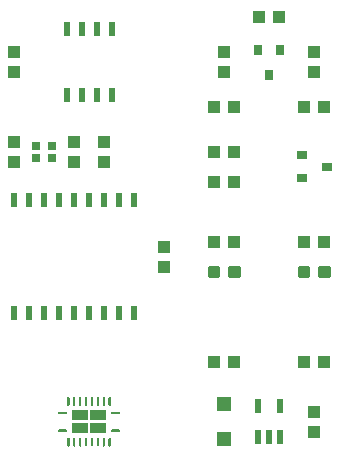
<source format=gtp>
G04 EAGLE Gerber RS-274X export*
G75*
%MOMM*%
%FSLAX34Y34*%
%LPD*%
%INSolderpaste Top*%
%IPPOS*%
%AMOC8*
5,1,8,0,0,1.08239X$1,22.5*%
G01*
%ADD10R,0.800000X0.900000*%
%ADD11R,1.300000X1.300000*%
%ADD12R,0.550000X1.200000*%
%ADD13R,1.330000X0.920000*%
%ADD14R,0.600000X1.200000*%
%ADD15R,1.000000X1.100000*%
%ADD16R,1.100000X1.000000*%
%ADD17R,0.750000X0.700000*%
%ADD18C,0.300000*%
%ADD19R,0.900000X0.800000*%

G36*
X107505Y120754D02*
X107505Y120754D01*
X107508Y120751D01*
X107817Y120800D01*
X107825Y120808D01*
X107831Y120805D01*
X108110Y120947D01*
X108115Y120957D01*
X108123Y120956D01*
X108344Y121177D01*
X108345Y121189D01*
X108353Y121190D01*
X108495Y121469D01*
X108494Y121473D01*
X108498Y121476D01*
X108495Y121480D01*
X108500Y121483D01*
X108549Y121792D01*
X108543Y121802D01*
X108549Y121808D01*
X108500Y122117D01*
X108492Y122125D01*
X108495Y122131D01*
X108353Y122410D01*
X108343Y122415D01*
X108344Y122423D01*
X108123Y122644D01*
X108111Y122645D01*
X108110Y122653D01*
X107831Y122795D01*
X107820Y122793D01*
X107817Y122800D01*
X107508Y122849D01*
X107503Y122846D01*
X107500Y122849D01*
X102000Y122849D01*
X101995Y122846D01*
X101992Y122849D01*
X101683Y122800D01*
X101675Y122792D01*
X101669Y122795D01*
X101390Y122653D01*
X101385Y122643D01*
X101377Y122644D01*
X101156Y122423D01*
X101155Y122411D01*
X101147Y122410D01*
X101005Y122131D01*
X101007Y122120D01*
X101000Y122117D01*
X100951Y121808D01*
X100956Y121799D01*
X100955Y121798D01*
X100956Y121797D01*
X100951Y121792D01*
X101000Y121483D01*
X101008Y121475D01*
X101005Y121469D01*
X101147Y121190D01*
X101157Y121185D01*
X101156Y121177D01*
X101377Y120956D01*
X101389Y120955D01*
X101390Y120947D01*
X101669Y120805D01*
X101680Y120807D01*
X101683Y120800D01*
X101992Y120751D01*
X101997Y120754D01*
X102000Y120751D01*
X107500Y120751D01*
X107505Y120754D01*
G37*
G36*
X152005Y120754D02*
X152005Y120754D01*
X152008Y120751D01*
X152317Y120800D01*
X152325Y120808D01*
X152331Y120805D01*
X152610Y120947D01*
X152615Y120957D01*
X152623Y120956D01*
X152844Y121177D01*
X152845Y121189D01*
X152853Y121190D01*
X152995Y121469D01*
X152994Y121473D01*
X152998Y121476D01*
X152995Y121480D01*
X153000Y121483D01*
X153049Y121792D01*
X153043Y121802D01*
X153049Y121808D01*
X153000Y122117D01*
X152992Y122125D01*
X152995Y122131D01*
X152853Y122410D01*
X152843Y122415D01*
X152844Y122423D01*
X152623Y122644D01*
X152611Y122645D01*
X152610Y122653D01*
X152331Y122795D01*
X152320Y122793D01*
X152317Y122800D01*
X152008Y122849D01*
X152003Y122846D01*
X152000Y122849D01*
X146500Y122849D01*
X146495Y122846D01*
X146492Y122849D01*
X146183Y122800D01*
X146175Y122792D01*
X146169Y122795D01*
X145890Y122653D01*
X145885Y122643D01*
X145877Y122644D01*
X145656Y122423D01*
X145655Y122411D01*
X145647Y122410D01*
X145505Y122131D01*
X145507Y122120D01*
X145500Y122117D01*
X145451Y121808D01*
X145456Y121799D01*
X145455Y121798D01*
X145456Y121797D01*
X145451Y121792D01*
X145500Y121483D01*
X145508Y121475D01*
X145505Y121469D01*
X145647Y121190D01*
X145657Y121185D01*
X145656Y121177D01*
X145877Y120956D01*
X145889Y120955D01*
X145890Y120947D01*
X146169Y120805D01*
X146180Y120807D01*
X146183Y120800D01*
X146492Y120751D01*
X146497Y120754D01*
X146500Y120751D01*
X152000Y120751D01*
X152005Y120754D01*
G37*
G36*
X152005Y105754D02*
X152005Y105754D01*
X152008Y105751D01*
X152317Y105800D01*
X152325Y105808D01*
X152331Y105805D01*
X152610Y105947D01*
X152615Y105957D01*
X152623Y105956D01*
X152844Y106177D01*
X152845Y106189D01*
X152853Y106190D01*
X152995Y106469D01*
X152994Y106473D01*
X152998Y106476D01*
X152995Y106480D01*
X153000Y106483D01*
X153049Y106792D01*
X153043Y106802D01*
X153049Y106808D01*
X153000Y107117D01*
X152992Y107125D01*
X152995Y107131D01*
X152853Y107410D01*
X152843Y107415D01*
X152844Y107423D01*
X152623Y107644D01*
X152611Y107645D01*
X152610Y107653D01*
X152331Y107795D01*
X152320Y107793D01*
X152317Y107800D01*
X152008Y107849D01*
X152003Y107846D01*
X152000Y107849D01*
X146500Y107849D01*
X146495Y107846D01*
X146492Y107849D01*
X146183Y107800D01*
X146175Y107792D01*
X146169Y107795D01*
X145890Y107653D01*
X145885Y107643D01*
X145877Y107644D01*
X145656Y107423D01*
X145655Y107411D01*
X145647Y107410D01*
X145505Y107131D01*
X145507Y107120D01*
X145500Y107117D01*
X145451Y106808D01*
X145456Y106799D01*
X145455Y106798D01*
X145456Y106797D01*
X145451Y106792D01*
X145500Y106483D01*
X145508Y106475D01*
X145505Y106469D01*
X145647Y106190D01*
X145657Y106185D01*
X145656Y106177D01*
X145877Y105956D01*
X145889Y105955D01*
X145890Y105947D01*
X146169Y105805D01*
X146180Y105807D01*
X146183Y105800D01*
X146492Y105751D01*
X146497Y105754D01*
X146500Y105751D01*
X152000Y105751D01*
X152005Y105754D01*
G37*
G36*
X107505Y105754D02*
X107505Y105754D01*
X107508Y105751D01*
X107817Y105800D01*
X107825Y105808D01*
X107831Y105805D01*
X108110Y105947D01*
X108115Y105957D01*
X108123Y105956D01*
X108344Y106177D01*
X108345Y106189D01*
X108353Y106190D01*
X108495Y106469D01*
X108494Y106473D01*
X108498Y106476D01*
X108495Y106480D01*
X108500Y106483D01*
X108549Y106792D01*
X108543Y106802D01*
X108549Y106808D01*
X108500Y107117D01*
X108492Y107125D01*
X108495Y107131D01*
X108353Y107410D01*
X108343Y107415D01*
X108344Y107423D01*
X108123Y107644D01*
X108111Y107645D01*
X108110Y107653D01*
X107831Y107795D01*
X107820Y107793D01*
X107817Y107800D01*
X107508Y107849D01*
X107503Y107846D01*
X107500Y107849D01*
X102000Y107849D01*
X101995Y107846D01*
X101992Y107849D01*
X101683Y107800D01*
X101675Y107792D01*
X101669Y107795D01*
X101390Y107653D01*
X101385Y107643D01*
X101377Y107644D01*
X101156Y107423D01*
X101155Y107411D01*
X101147Y107410D01*
X101005Y107131D01*
X101007Y107120D01*
X101000Y107117D01*
X100951Y106808D01*
X100956Y106799D01*
X100955Y106798D01*
X100956Y106797D01*
X100951Y106792D01*
X101000Y106483D01*
X101008Y106475D01*
X101005Y106469D01*
X101147Y106190D01*
X101157Y106185D01*
X101156Y106177D01*
X101377Y105956D01*
X101389Y105955D01*
X101390Y105947D01*
X101669Y105805D01*
X101680Y105807D01*
X101683Y105800D01*
X101992Y105751D01*
X101997Y105754D01*
X102000Y105751D01*
X107500Y105751D01*
X107505Y105754D01*
G37*
G36*
X129817Y93300D02*
X129817Y93300D01*
X129825Y93308D01*
X129831Y93305D01*
X130110Y93447D01*
X130115Y93457D01*
X130123Y93456D01*
X130344Y93677D01*
X130345Y93689D01*
X130353Y93690D01*
X130495Y93969D01*
X130494Y93973D01*
X130498Y93976D01*
X130495Y93980D01*
X130500Y93983D01*
X130549Y94292D01*
X130546Y94297D01*
X130549Y94300D01*
X130549Y99800D01*
X130546Y99805D01*
X130549Y99808D01*
X130500Y100117D01*
X130492Y100125D01*
X130495Y100131D01*
X130353Y100410D01*
X130343Y100415D01*
X130344Y100423D01*
X130123Y100644D01*
X130111Y100645D01*
X130110Y100653D01*
X129831Y100795D01*
X129820Y100793D01*
X129817Y100800D01*
X129508Y100849D01*
X129498Y100843D01*
X129492Y100849D01*
X129183Y100800D01*
X129175Y100792D01*
X129169Y100795D01*
X128890Y100653D01*
X128885Y100643D01*
X128877Y100644D01*
X128656Y100423D01*
X128655Y100411D01*
X128647Y100410D01*
X128505Y100131D01*
X128507Y100120D01*
X128500Y100117D01*
X128451Y99808D01*
X128454Y99803D01*
X128451Y99800D01*
X128451Y94300D01*
X128454Y94295D01*
X128451Y94292D01*
X128500Y93983D01*
X128508Y93975D01*
X128505Y93969D01*
X128647Y93690D01*
X128657Y93685D01*
X128656Y93677D01*
X128877Y93456D01*
X128889Y93455D01*
X128890Y93447D01*
X129169Y93305D01*
X129180Y93307D01*
X129183Y93300D01*
X129492Y93251D01*
X129502Y93257D01*
X129508Y93251D01*
X129817Y93300D01*
G37*
G36*
X109817Y93300D02*
X109817Y93300D01*
X109825Y93308D01*
X109831Y93305D01*
X110110Y93447D01*
X110115Y93457D01*
X110123Y93456D01*
X110344Y93677D01*
X110345Y93689D01*
X110353Y93690D01*
X110495Y93969D01*
X110494Y93973D01*
X110498Y93976D01*
X110495Y93980D01*
X110500Y93983D01*
X110549Y94292D01*
X110546Y94297D01*
X110549Y94300D01*
X110549Y99800D01*
X110546Y99805D01*
X110549Y99808D01*
X110500Y100117D01*
X110492Y100125D01*
X110495Y100131D01*
X110353Y100410D01*
X110343Y100415D01*
X110344Y100423D01*
X110123Y100644D01*
X110111Y100645D01*
X110110Y100653D01*
X109831Y100795D01*
X109820Y100793D01*
X109817Y100800D01*
X109508Y100849D01*
X109498Y100843D01*
X109492Y100849D01*
X109183Y100800D01*
X109175Y100792D01*
X109169Y100795D01*
X108890Y100653D01*
X108885Y100643D01*
X108877Y100644D01*
X108656Y100423D01*
X108655Y100411D01*
X108647Y100410D01*
X108505Y100131D01*
X108507Y100120D01*
X108500Y100117D01*
X108451Y99808D01*
X108454Y99803D01*
X108451Y99800D01*
X108451Y94300D01*
X108454Y94295D01*
X108451Y94292D01*
X108500Y93983D01*
X108508Y93975D01*
X108505Y93969D01*
X108647Y93690D01*
X108657Y93685D01*
X108656Y93677D01*
X108877Y93456D01*
X108889Y93455D01*
X108890Y93447D01*
X109169Y93305D01*
X109180Y93307D01*
X109183Y93300D01*
X109492Y93251D01*
X109502Y93257D01*
X109508Y93251D01*
X109817Y93300D01*
G37*
G36*
X124817Y93300D02*
X124817Y93300D01*
X124825Y93308D01*
X124831Y93305D01*
X125110Y93447D01*
X125115Y93457D01*
X125123Y93456D01*
X125344Y93677D01*
X125345Y93689D01*
X125353Y93690D01*
X125495Y93969D01*
X125494Y93973D01*
X125498Y93976D01*
X125495Y93980D01*
X125500Y93983D01*
X125549Y94292D01*
X125546Y94297D01*
X125549Y94300D01*
X125549Y99800D01*
X125546Y99805D01*
X125549Y99808D01*
X125500Y100117D01*
X125492Y100125D01*
X125495Y100131D01*
X125353Y100410D01*
X125343Y100415D01*
X125344Y100423D01*
X125123Y100644D01*
X125111Y100645D01*
X125110Y100653D01*
X124831Y100795D01*
X124820Y100793D01*
X124817Y100800D01*
X124508Y100849D01*
X124498Y100843D01*
X124492Y100849D01*
X124183Y100800D01*
X124175Y100792D01*
X124169Y100795D01*
X123890Y100653D01*
X123885Y100643D01*
X123877Y100644D01*
X123656Y100423D01*
X123655Y100411D01*
X123647Y100410D01*
X123505Y100131D01*
X123507Y100120D01*
X123500Y100117D01*
X123451Y99808D01*
X123454Y99803D01*
X123451Y99800D01*
X123451Y94300D01*
X123454Y94295D01*
X123451Y94292D01*
X123500Y93983D01*
X123508Y93975D01*
X123505Y93969D01*
X123647Y93690D01*
X123657Y93685D01*
X123656Y93677D01*
X123877Y93456D01*
X123889Y93455D01*
X123890Y93447D01*
X124169Y93305D01*
X124180Y93307D01*
X124183Y93300D01*
X124492Y93251D01*
X124502Y93257D01*
X124508Y93251D01*
X124817Y93300D01*
G37*
G36*
X139817Y93300D02*
X139817Y93300D01*
X139825Y93308D01*
X139831Y93305D01*
X140110Y93447D01*
X140115Y93457D01*
X140123Y93456D01*
X140344Y93677D01*
X140345Y93689D01*
X140353Y93690D01*
X140495Y93969D01*
X140494Y93973D01*
X140498Y93976D01*
X140495Y93980D01*
X140500Y93983D01*
X140549Y94292D01*
X140546Y94297D01*
X140549Y94300D01*
X140549Y99800D01*
X140546Y99805D01*
X140549Y99808D01*
X140500Y100117D01*
X140492Y100125D01*
X140495Y100131D01*
X140353Y100410D01*
X140343Y100415D01*
X140344Y100423D01*
X140123Y100644D01*
X140111Y100645D01*
X140110Y100653D01*
X139831Y100795D01*
X139820Y100793D01*
X139817Y100800D01*
X139508Y100849D01*
X139498Y100843D01*
X139492Y100849D01*
X139183Y100800D01*
X139175Y100792D01*
X139169Y100795D01*
X138890Y100653D01*
X138885Y100643D01*
X138877Y100644D01*
X138656Y100423D01*
X138655Y100411D01*
X138647Y100410D01*
X138505Y100131D01*
X138507Y100120D01*
X138500Y100117D01*
X138451Y99808D01*
X138454Y99803D01*
X138451Y99800D01*
X138451Y94300D01*
X138454Y94295D01*
X138451Y94292D01*
X138500Y93983D01*
X138508Y93975D01*
X138505Y93969D01*
X138647Y93690D01*
X138657Y93685D01*
X138656Y93677D01*
X138877Y93456D01*
X138889Y93455D01*
X138890Y93447D01*
X139169Y93305D01*
X139180Y93307D01*
X139183Y93300D01*
X139492Y93251D01*
X139502Y93257D01*
X139508Y93251D01*
X139817Y93300D01*
G37*
G36*
X144817Y93300D02*
X144817Y93300D01*
X144825Y93308D01*
X144831Y93305D01*
X145110Y93447D01*
X145115Y93457D01*
X145123Y93456D01*
X145344Y93677D01*
X145345Y93689D01*
X145353Y93690D01*
X145495Y93969D01*
X145494Y93973D01*
X145498Y93976D01*
X145495Y93980D01*
X145500Y93983D01*
X145549Y94292D01*
X145546Y94297D01*
X145549Y94300D01*
X145549Y99800D01*
X145546Y99805D01*
X145549Y99808D01*
X145500Y100117D01*
X145492Y100125D01*
X145495Y100131D01*
X145353Y100410D01*
X145343Y100415D01*
X145344Y100423D01*
X145123Y100644D01*
X145111Y100645D01*
X145110Y100653D01*
X144831Y100795D01*
X144820Y100793D01*
X144817Y100800D01*
X144508Y100849D01*
X144498Y100843D01*
X144492Y100849D01*
X144183Y100800D01*
X144175Y100792D01*
X144169Y100795D01*
X143890Y100653D01*
X143885Y100643D01*
X143877Y100644D01*
X143656Y100423D01*
X143655Y100411D01*
X143647Y100410D01*
X143505Y100131D01*
X143507Y100120D01*
X143500Y100117D01*
X143451Y99808D01*
X143454Y99803D01*
X143451Y99800D01*
X143451Y94300D01*
X143454Y94295D01*
X143451Y94292D01*
X143500Y93983D01*
X143508Y93975D01*
X143505Y93969D01*
X143647Y93690D01*
X143657Y93685D01*
X143656Y93677D01*
X143877Y93456D01*
X143889Y93455D01*
X143890Y93447D01*
X144169Y93305D01*
X144180Y93307D01*
X144183Y93300D01*
X144492Y93251D01*
X144502Y93257D01*
X144508Y93251D01*
X144817Y93300D01*
G37*
G36*
X134817Y93300D02*
X134817Y93300D01*
X134825Y93308D01*
X134831Y93305D01*
X135110Y93447D01*
X135115Y93457D01*
X135123Y93456D01*
X135344Y93677D01*
X135345Y93689D01*
X135353Y93690D01*
X135495Y93969D01*
X135494Y93973D01*
X135498Y93976D01*
X135495Y93980D01*
X135500Y93983D01*
X135549Y94292D01*
X135546Y94297D01*
X135549Y94300D01*
X135549Y99800D01*
X135546Y99805D01*
X135549Y99808D01*
X135500Y100117D01*
X135492Y100125D01*
X135495Y100131D01*
X135353Y100410D01*
X135343Y100415D01*
X135344Y100423D01*
X135123Y100644D01*
X135111Y100645D01*
X135110Y100653D01*
X134831Y100795D01*
X134820Y100793D01*
X134817Y100800D01*
X134508Y100849D01*
X134498Y100843D01*
X134492Y100849D01*
X134183Y100800D01*
X134175Y100792D01*
X134169Y100795D01*
X133890Y100653D01*
X133885Y100643D01*
X133877Y100644D01*
X133656Y100423D01*
X133655Y100411D01*
X133647Y100410D01*
X133505Y100131D01*
X133507Y100120D01*
X133500Y100117D01*
X133451Y99808D01*
X133454Y99803D01*
X133451Y99800D01*
X133451Y94300D01*
X133454Y94295D01*
X133451Y94292D01*
X133500Y93983D01*
X133508Y93975D01*
X133505Y93969D01*
X133647Y93690D01*
X133657Y93685D01*
X133656Y93677D01*
X133877Y93456D01*
X133889Y93455D01*
X133890Y93447D01*
X134169Y93305D01*
X134180Y93307D01*
X134183Y93300D01*
X134492Y93251D01*
X134502Y93257D01*
X134508Y93251D01*
X134817Y93300D01*
G37*
G36*
X114817Y93300D02*
X114817Y93300D01*
X114825Y93308D01*
X114831Y93305D01*
X115110Y93447D01*
X115115Y93457D01*
X115123Y93456D01*
X115344Y93677D01*
X115345Y93689D01*
X115353Y93690D01*
X115495Y93969D01*
X115494Y93973D01*
X115498Y93976D01*
X115495Y93980D01*
X115500Y93983D01*
X115549Y94292D01*
X115546Y94297D01*
X115549Y94300D01*
X115549Y99800D01*
X115546Y99805D01*
X115549Y99808D01*
X115500Y100117D01*
X115492Y100125D01*
X115495Y100131D01*
X115353Y100410D01*
X115343Y100415D01*
X115344Y100423D01*
X115123Y100644D01*
X115111Y100645D01*
X115110Y100653D01*
X114831Y100795D01*
X114820Y100793D01*
X114817Y100800D01*
X114508Y100849D01*
X114498Y100843D01*
X114492Y100849D01*
X114183Y100800D01*
X114175Y100792D01*
X114169Y100795D01*
X113890Y100653D01*
X113885Y100643D01*
X113877Y100644D01*
X113656Y100423D01*
X113655Y100411D01*
X113647Y100410D01*
X113505Y100131D01*
X113507Y100120D01*
X113500Y100117D01*
X113451Y99808D01*
X113454Y99803D01*
X113451Y99800D01*
X113451Y94300D01*
X113454Y94295D01*
X113451Y94292D01*
X113500Y93983D01*
X113508Y93975D01*
X113505Y93969D01*
X113647Y93690D01*
X113657Y93685D01*
X113656Y93677D01*
X113877Y93456D01*
X113889Y93455D01*
X113890Y93447D01*
X114169Y93305D01*
X114180Y93307D01*
X114183Y93300D01*
X114492Y93251D01*
X114502Y93257D01*
X114508Y93251D01*
X114817Y93300D01*
G37*
G36*
X119817Y93300D02*
X119817Y93300D01*
X119825Y93308D01*
X119831Y93305D01*
X120110Y93447D01*
X120115Y93457D01*
X120123Y93456D01*
X120344Y93677D01*
X120345Y93689D01*
X120353Y93690D01*
X120495Y93969D01*
X120494Y93973D01*
X120498Y93976D01*
X120495Y93980D01*
X120500Y93983D01*
X120549Y94292D01*
X120546Y94297D01*
X120549Y94300D01*
X120549Y99800D01*
X120546Y99805D01*
X120549Y99808D01*
X120500Y100117D01*
X120492Y100125D01*
X120495Y100131D01*
X120353Y100410D01*
X120343Y100415D01*
X120344Y100423D01*
X120123Y100644D01*
X120111Y100645D01*
X120110Y100653D01*
X119831Y100795D01*
X119820Y100793D01*
X119817Y100800D01*
X119508Y100849D01*
X119498Y100843D01*
X119492Y100849D01*
X119183Y100800D01*
X119175Y100792D01*
X119169Y100795D01*
X118890Y100653D01*
X118885Y100643D01*
X118877Y100644D01*
X118656Y100423D01*
X118655Y100411D01*
X118647Y100410D01*
X118505Y100131D01*
X118507Y100120D01*
X118500Y100117D01*
X118451Y99808D01*
X118454Y99803D01*
X118451Y99800D01*
X118451Y94300D01*
X118454Y94295D01*
X118451Y94292D01*
X118500Y93983D01*
X118508Y93975D01*
X118505Y93969D01*
X118647Y93690D01*
X118657Y93685D01*
X118656Y93677D01*
X118877Y93456D01*
X118889Y93455D01*
X118890Y93447D01*
X119169Y93305D01*
X119180Y93307D01*
X119183Y93300D01*
X119492Y93251D01*
X119502Y93257D01*
X119508Y93251D01*
X119817Y93300D01*
G37*
G36*
X129817Y127800D02*
X129817Y127800D01*
X129825Y127808D01*
X129831Y127805D01*
X130110Y127947D01*
X130115Y127957D01*
X130123Y127956D01*
X130344Y128177D01*
X130345Y128189D01*
X130353Y128190D01*
X130495Y128469D01*
X130494Y128473D01*
X130498Y128476D01*
X130494Y128480D01*
X130500Y128483D01*
X130549Y128792D01*
X130546Y128797D01*
X130549Y128800D01*
X130549Y134300D01*
X130546Y134305D01*
X130549Y134308D01*
X130500Y134617D01*
X130492Y134625D01*
X130495Y134631D01*
X130353Y134910D01*
X130343Y134915D01*
X130344Y134923D01*
X130123Y135144D01*
X130111Y135145D01*
X130110Y135153D01*
X129831Y135295D01*
X129820Y135293D01*
X129817Y135300D01*
X129508Y135349D01*
X129498Y135343D01*
X129492Y135349D01*
X129183Y135300D01*
X129175Y135292D01*
X129169Y135295D01*
X128890Y135153D01*
X128885Y135143D01*
X128877Y135144D01*
X128656Y134923D01*
X128655Y134911D01*
X128647Y134910D01*
X128505Y134631D01*
X128507Y134620D01*
X128500Y134617D01*
X128451Y134308D01*
X128454Y134303D01*
X128451Y134300D01*
X128451Y128800D01*
X128454Y128795D01*
X128451Y128792D01*
X128500Y128483D01*
X128508Y128475D01*
X128505Y128469D01*
X128647Y128190D01*
X128657Y128185D01*
X128656Y128177D01*
X128877Y127956D01*
X128889Y127955D01*
X128890Y127947D01*
X129169Y127805D01*
X129180Y127807D01*
X129183Y127800D01*
X129492Y127751D01*
X129502Y127757D01*
X129508Y127751D01*
X129817Y127800D01*
G37*
G36*
X109817Y127800D02*
X109817Y127800D01*
X109825Y127808D01*
X109831Y127805D01*
X110110Y127947D01*
X110115Y127957D01*
X110123Y127956D01*
X110344Y128177D01*
X110345Y128189D01*
X110353Y128190D01*
X110495Y128469D01*
X110494Y128473D01*
X110498Y128476D01*
X110494Y128480D01*
X110500Y128483D01*
X110549Y128792D01*
X110546Y128797D01*
X110549Y128800D01*
X110549Y134300D01*
X110546Y134305D01*
X110549Y134308D01*
X110500Y134617D01*
X110492Y134625D01*
X110495Y134631D01*
X110353Y134910D01*
X110343Y134915D01*
X110344Y134923D01*
X110123Y135144D01*
X110111Y135145D01*
X110110Y135153D01*
X109831Y135295D01*
X109820Y135293D01*
X109817Y135300D01*
X109508Y135349D01*
X109498Y135343D01*
X109492Y135349D01*
X109183Y135300D01*
X109175Y135292D01*
X109169Y135295D01*
X108890Y135153D01*
X108885Y135143D01*
X108877Y135144D01*
X108656Y134923D01*
X108655Y134911D01*
X108647Y134910D01*
X108505Y134631D01*
X108507Y134620D01*
X108500Y134617D01*
X108451Y134308D01*
X108454Y134303D01*
X108451Y134300D01*
X108451Y128800D01*
X108454Y128795D01*
X108451Y128792D01*
X108500Y128483D01*
X108508Y128475D01*
X108505Y128469D01*
X108647Y128190D01*
X108657Y128185D01*
X108656Y128177D01*
X108877Y127956D01*
X108889Y127955D01*
X108890Y127947D01*
X109169Y127805D01*
X109180Y127807D01*
X109183Y127800D01*
X109492Y127751D01*
X109502Y127757D01*
X109508Y127751D01*
X109817Y127800D01*
G37*
G36*
X139817Y127800D02*
X139817Y127800D01*
X139825Y127808D01*
X139831Y127805D01*
X140110Y127947D01*
X140115Y127957D01*
X140123Y127956D01*
X140344Y128177D01*
X140345Y128189D01*
X140353Y128190D01*
X140495Y128469D01*
X140494Y128473D01*
X140498Y128476D01*
X140494Y128480D01*
X140500Y128483D01*
X140549Y128792D01*
X140546Y128797D01*
X140549Y128800D01*
X140549Y134300D01*
X140546Y134305D01*
X140549Y134308D01*
X140500Y134617D01*
X140492Y134625D01*
X140495Y134631D01*
X140353Y134910D01*
X140343Y134915D01*
X140344Y134923D01*
X140123Y135144D01*
X140111Y135145D01*
X140110Y135153D01*
X139831Y135295D01*
X139820Y135293D01*
X139817Y135300D01*
X139508Y135349D01*
X139498Y135343D01*
X139492Y135349D01*
X139183Y135300D01*
X139175Y135292D01*
X139169Y135295D01*
X138890Y135153D01*
X138885Y135143D01*
X138877Y135144D01*
X138656Y134923D01*
X138655Y134911D01*
X138647Y134910D01*
X138505Y134631D01*
X138507Y134620D01*
X138500Y134617D01*
X138451Y134308D01*
X138454Y134303D01*
X138451Y134300D01*
X138451Y128800D01*
X138454Y128795D01*
X138451Y128792D01*
X138500Y128483D01*
X138508Y128475D01*
X138505Y128469D01*
X138647Y128190D01*
X138657Y128185D01*
X138656Y128177D01*
X138877Y127956D01*
X138889Y127955D01*
X138890Y127947D01*
X139169Y127805D01*
X139180Y127807D01*
X139183Y127800D01*
X139492Y127751D01*
X139502Y127757D01*
X139508Y127751D01*
X139817Y127800D01*
G37*
G36*
X119817Y127800D02*
X119817Y127800D01*
X119825Y127808D01*
X119831Y127805D01*
X120110Y127947D01*
X120115Y127957D01*
X120123Y127956D01*
X120344Y128177D01*
X120345Y128189D01*
X120353Y128190D01*
X120495Y128469D01*
X120494Y128473D01*
X120498Y128476D01*
X120494Y128480D01*
X120500Y128483D01*
X120549Y128792D01*
X120546Y128797D01*
X120549Y128800D01*
X120549Y134300D01*
X120546Y134305D01*
X120549Y134308D01*
X120500Y134617D01*
X120492Y134625D01*
X120495Y134631D01*
X120353Y134910D01*
X120343Y134915D01*
X120344Y134923D01*
X120123Y135144D01*
X120111Y135145D01*
X120110Y135153D01*
X119831Y135295D01*
X119820Y135293D01*
X119817Y135300D01*
X119508Y135349D01*
X119498Y135343D01*
X119492Y135349D01*
X119183Y135300D01*
X119175Y135292D01*
X119169Y135295D01*
X118890Y135153D01*
X118885Y135143D01*
X118877Y135144D01*
X118656Y134923D01*
X118655Y134911D01*
X118647Y134910D01*
X118505Y134631D01*
X118507Y134620D01*
X118500Y134617D01*
X118451Y134308D01*
X118454Y134303D01*
X118451Y134300D01*
X118451Y128800D01*
X118454Y128795D01*
X118451Y128792D01*
X118500Y128483D01*
X118508Y128475D01*
X118505Y128469D01*
X118647Y128190D01*
X118657Y128185D01*
X118656Y128177D01*
X118877Y127956D01*
X118889Y127955D01*
X118890Y127947D01*
X119169Y127805D01*
X119180Y127807D01*
X119183Y127800D01*
X119492Y127751D01*
X119502Y127757D01*
X119508Y127751D01*
X119817Y127800D01*
G37*
G36*
X114817Y127800D02*
X114817Y127800D01*
X114825Y127808D01*
X114831Y127805D01*
X115110Y127947D01*
X115115Y127957D01*
X115123Y127956D01*
X115344Y128177D01*
X115345Y128189D01*
X115353Y128190D01*
X115495Y128469D01*
X115494Y128473D01*
X115498Y128476D01*
X115494Y128480D01*
X115500Y128483D01*
X115549Y128792D01*
X115546Y128797D01*
X115549Y128800D01*
X115549Y134300D01*
X115546Y134305D01*
X115549Y134308D01*
X115500Y134617D01*
X115492Y134625D01*
X115495Y134631D01*
X115353Y134910D01*
X115343Y134915D01*
X115344Y134923D01*
X115123Y135144D01*
X115111Y135145D01*
X115110Y135153D01*
X114831Y135295D01*
X114820Y135293D01*
X114817Y135300D01*
X114508Y135349D01*
X114498Y135343D01*
X114492Y135349D01*
X114183Y135300D01*
X114175Y135292D01*
X114169Y135295D01*
X113890Y135153D01*
X113885Y135143D01*
X113877Y135144D01*
X113656Y134923D01*
X113655Y134911D01*
X113647Y134910D01*
X113505Y134631D01*
X113507Y134620D01*
X113500Y134617D01*
X113451Y134308D01*
X113454Y134303D01*
X113451Y134300D01*
X113451Y128800D01*
X113454Y128795D01*
X113451Y128792D01*
X113500Y128483D01*
X113508Y128475D01*
X113505Y128469D01*
X113647Y128190D01*
X113657Y128185D01*
X113656Y128177D01*
X113877Y127956D01*
X113889Y127955D01*
X113890Y127947D01*
X114169Y127805D01*
X114180Y127807D01*
X114183Y127800D01*
X114492Y127751D01*
X114502Y127757D01*
X114508Y127751D01*
X114817Y127800D01*
G37*
G36*
X134817Y127800D02*
X134817Y127800D01*
X134825Y127808D01*
X134831Y127805D01*
X135110Y127947D01*
X135115Y127957D01*
X135123Y127956D01*
X135344Y128177D01*
X135345Y128189D01*
X135353Y128190D01*
X135495Y128469D01*
X135494Y128473D01*
X135498Y128476D01*
X135494Y128480D01*
X135500Y128483D01*
X135549Y128792D01*
X135546Y128797D01*
X135549Y128800D01*
X135549Y134300D01*
X135546Y134305D01*
X135549Y134308D01*
X135500Y134617D01*
X135492Y134625D01*
X135495Y134631D01*
X135353Y134910D01*
X135343Y134915D01*
X135344Y134923D01*
X135123Y135144D01*
X135111Y135145D01*
X135110Y135153D01*
X134831Y135295D01*
X134820Y135293D01*
X134817Y135300D01*
X134508Y135349D01*
X134498Y135343D01*
X134492Y135349D01*
X134183Y135300D01*
X134175Y135292D01*
X134169Y135295D01*
X133890Y135153D01*
X133885Y135143D01*
X133877Y135144D01*
X133656Y134923D01*
X133655Y134911D01*
X133647Y134910D01*
X133505Y134631D01*
X133507Y134620D01*
X133500Y134617D01*
X133451Y134308D01*
X133454Y134303D01*
X133451Y134300D01*
X133451Y128800D01*
X133454Y128795D01*
X133451Y128792D01*
X133500Y128483D01*
X133508Y128475D01*
X133505Y128469D01*
X133647Y128190D01*
X133657Y128185D01*
X133656Y128177D01*
X133877Y127956D01*
X133889Y127955D01*
X133890Y127947D01*
X134169Y127805D01*
X134180Y127807D01*
X134183Y127800D01*
X134492Y127751D01*
X134502Y127757D01*
X134508Y127751D01*
X134817Y127800D01*
G37*
G36*
X144817Y127800D02*
X144817Y127800D01*
X144825Y127808D01*
X144831Y127805D01*
X145110Y127947D01*
X145115Y127957D01*
X145123Y127956D01*
X145344Y128177D01*
X145345Y128189D01*
X145353Y128190D01*
X145495Y128469D01*
X145494Y128473D01*
X145498Y128476D01*
X145494Y128480D01*
X145500Y128483D01*
X145549Y128792D01*
X145546Y128797D01*
X145549Y128800D01*
X145549Y134300D01*
X145546Y134305D01*
X145549Y134308D01*
X145500Y134617D01*
X145492Y134625D01*
X145495Y134631D01*
X145353Y134910D01*
X145343Y134915D01*
X145344Y134923D01*
X145123Y135144D01*
X145111Y135145D01*
X145110Y135153D01*
X144831Y135295D01*
X144820Y135293D01*
X144817Y135300D01*
X144508Y135349D01*
X144498Y135343D01*
X144492Y135349D01*
X144183Y135300D01*
X144175Y135292D01*
X144169Y135295D01*
X143890Y135153D01*
X143885Y135143D01*
X143877Y135144D01*
X143656Y134923D01*
X143655Y134911D01*
X143647Y134910D01*
X143505Y134631D01*
X143507Y134620D01*
X143500Y134617D01*
X143451Y134308D01*
X143454Y134303D01*
X143451Y134300D01*
X143451Y128800D01*
X143454Y128795D01*
X143451Y128792D01*
X143500Y128483D01*
X143508Y128475D01*
X143505Y128469D01*
X143647Y128190D01*
X143657Y128185D01*
X143656Y128177D01*
X143877Y127956D01*
X143889Y127955D01*
X143890Y127947D01*
X144169Y127805D01*
X144180Y127807D01*
X144183Y127800D01*
X144492Y127751D01*
X144502Y127757D01*
X144508Y127751D01*
X144817Y127800D01*
G37*
G36*
X124817Y127800D02*
X124817Y127800D01*
X124825Y127808D01*
X124831Y127805D01*
X125110Y127947D01*
X125115Y127957D01*
X125123Y127956D01*
X125344Y128177D01*
X125345Y128189D01*
X125353Y128190D01*
X125495Y128469D01*
X125494Y128473D01*
X125498Y128476D01*
X125494Y128480D01*
X125500Y128483D01*
X125549Y128792D01*
X125546Y128797D01*
X125549Y128800D01*
X125549Y134300D01*
X125546Y134305D01*
X125549Y134308D01*
X125500Y134617D01*
X125492Y134625D01*
X125495Y134631D01*
X125353Y134910D01*
X125343Y134915D01*
X125344Y134923D01*
X125123Y135144D01*
X125111Y135145D01*
X125110Y135153D01*
X124831Y135295D01*
X124820Y135293D01*
X124817Y135300D01*
X124508Y135349D01*
X124498Y135343D01*
X124492Y135349D01*
X124183Y135300D01*
X124175Y135292D01*
X124169Y135295D01*
X123890Y135153D01*
X123885Y135143D01*
X123877Y135144D01*
X123656Y134923D01*
X123655Y134911D01*
X123647Y134910D01*
X123505Y134631D01*
X123507Y134620D01*
X123500Y134617D01*
X123451Y134308D01*
X123454Y134303D01*
X123451Y134300D01*
X123451Y128800D01*
X123454Y128795D01*
X123451Y128792D01*
X123500Y128483D01*
X123508Y128475D01*
X123505Y128469D01*
X123647Y128190D01*
X123657Y128185D01*
X123656Y128177D01*
X123877Y127956D01*
X123889Y127955D01*
X123890Y127947D01*
X124169Y127805D01*
X124180Y127807D01*
X124183Y127800D01*
X124492Y127751D01*
X124502Y127757D01*
X124508Y127751D01*
X124817Y127800D01*
G37*
D10*
X288900Y429100D03*
X269900Y429100D03*
X279400Y408100D03*
D11*
X241300Y129300D03*
X241300Y99300D03*
D12*
X269900Y101299D03*
X279400Y101299D03*
X288900Y101299D03*
X288900Y127301D03*
X269900Y127301D03*
D13*
X134700Y119900D03*
X119300Y119900D03*
X134700Y108700D03*
X119300Y108700D03*
D14*
X165100Y301879D03*
X152400Y301879D03*
X139700Y301879D03*
X127000Y301879D03*
X114300Y301879D03*
X101600Y301879D03*
X88900Y301879D03*
X76200Y301879D03*
X63500Y301879D03*
X63500Y206121D03*
X76200Y206121D03*
X88900Y206121D03*
X101600Y206121D03*
X114300Y206121D03*
X127000Y206121D03*
X139700Y206121D03*
X152400Y206121D03*
X165100Y206121D03*
X107950Y391100D03*
X120650Y391100D03*
X133350Y391100D03*
X146050Y391100D03*
X146050Y447100D03*
X133350Y447100D03*
X120650Y447100D03*
X107950Y447100D03*
D15*
X63500Y410600D03*
X63500Y427600D03*
X317500Y427600D03*
X317500Y410600D03*
X241300Y427600D03*
X241300Y410600D03*
D16*
X326000Y381000D03*
X309000Y381000D03*
X232800Y381000D03*
X249800Y381000D03*
D15*
X190500Y245500D03*
X190500Y262500D03*
X139700Y351400D03*
X139700Y334400D03*
X317500Y105800D03*
X317500Y122800D03*
D16*
X249800Y165100D03*
X232800Y165100D03*
D17*
X95650Y337900D03*
X82150Y337900D03*
X82150Y347900D03*
X95650Y347900D03*
D15*
X63500Y351400D03*
X63500Y334400D03*
X114300Y334400D03*
X114300Y351400D03*
D18*
X312230Y244800D02*
X312230Y237800D01*
X305230Y237800D01*
X305230Y244800D01*
X312230Y244800D01*
X312230Y240650D02*
X305230Y240650D01*
X305230Y243500D02*
X312230Y243500D01*
X329770Y244800D02*
X329770Y237800D01*
X322770Y237800D01*
X322770Y244800D01*
X329770Y244800D01*
X329770Y240650D02*
X322770Y240650D01*
X322770Y243500D02*
X329770Y243500D01*
D16*
X326000Y165100D03*
X309000Y165100D03*
X287900Y457200D03*
X270900Y457200D03*
D19*
X307500Y339700D03*
X307500Y320700D03*
X328500Y330200D03*
D16*
X232800Y317500D03*
X249800Y317500D03*
X232800Y342900D03*
X249800Y342900D03*
X309000Y266700D03*
X326000Y266700D03*
D18*
X236030Y244800D02*
X236030Y237800D01*
X229030Y237800D01*
X229030Y244800D01*
X236030Y244800D01*
X236030Y240650D02*
X229030Y240650D01*
X229030Y243500D02*
X236030Y243500D01*
X253570Y244800D02*
X253570Y237800D01*
X246570Y237800D01*
X246570Y244800D01*
X253570Y244800D01*
X253570Y240650D02*
X246570Y240650D01*
X246570Y243500D02*
X253570Y243500D01*
D16*
X232800Y266700D03*
X249800Y266700D03*
M02*

</source>
